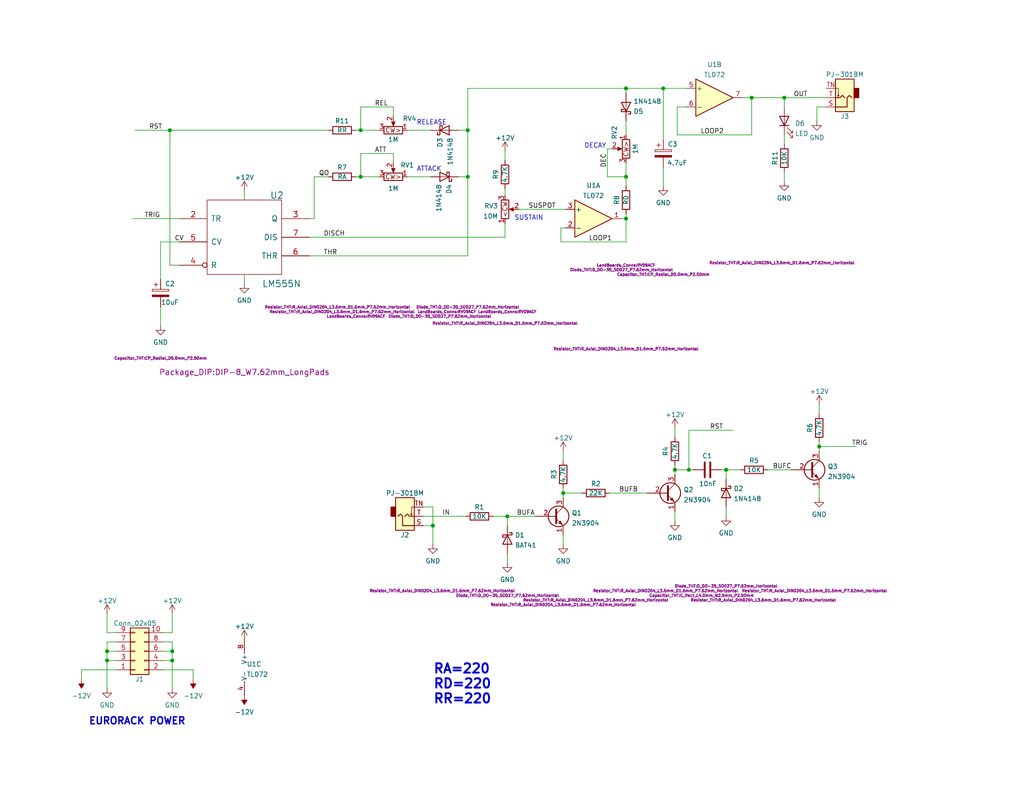
<source format=kicad_sch>
(kicad_sch (version 20211123) (generator eeschema)
  (paper "A")
  (title_block (date "2022-11-03") (rev "1") (comment 1 "The Fastest Envelope in the West") (comment 2 "https://www.schmitzbits.de/adsr.html"))
  (lib_symbols
    (symbol "Amplifier_Operational:TL072" (pin_names (offset 0.127))
      (property "Reference" "U" (at 0 5.08 0))
      (property "Value" "TL072" (at 0 -5.08 0))
      (symbol "TL072_1_1"
        (polyline (pts (xy -5.08 5.08) (xy 5.08 0) (xy -5.08 -5.08) (xy -5.08 5.08)) (stroke (width 0.254)) (fill (type background)))
        (pin output line (at 7.62 0 180) (length 2.54) (name "~") (number "1"))
        (pin input line (at -7.62 -2.54 0) (length 2.54) (name "-") (number "2"))
        (pin input line (at -7.62 2.54 0) (length 2.54) (name "+") (number "3"))
      )
      (symbol "TL072_2_1"
        (polyline (pts (xy -5.08 5.08) (xy 5.08 0) (xy -5.08 -5.08) (xy -5.08 5.08)) (stroke (width 0.254)) (fill (type background)))
        (pin input line (at -7.62 2.54 0) (length 2.54) (name "+") (number "5"))
        (pin input line (at -7.62 -2.54 0) (length 2.54) (name "-") (number "6"))
        (pin output line (at 7.62 0 180) (length 2.54) (name "~") (number "7"))
      )
      (symbol "TL072_3_1"
        (pin power_in line (at -2.54 -7.62 90) (length 3.81) (name "V-") (number "4"))
        (pin power_in line (at -2.54 7.62 270) (length 3.81) (name "V+") (number "8"))
      )
    )
    (symbol "Connector:AudioJack2_SwitchT"
      (property "Reference" "J" (at 0 8.89 0))
      (property "Value" "AudioJack2_SwitchT" (at 0 6.35 0))
      (symbol "AudioJack2_SwitchT_0_1"
        (rectangle (start -2.54 0) (end -3.81 -2.54) (stroke (width 0.254)) (fill (type outline)))
        (polyline (pts (xy 1.778 -0.254) (xy 2.032 -0.762)))
        (polyline (pts (xy 0 0) (xy 0.635 -0.635) (xy 1.27 0) (xy 2.54 0)) (stroke (width 0.254)))
        (polyline (pts (xy 2.54 -2.54) (xy 1.778 -2.54) (xy 1.778 -0.254) (xy 1.524 -0.762)))
        (polyline (pts (xy 2.54 2.54) (xy -0.635 2.54) (xy -0.635 0) (xy -1.27 -0.635) (xy -1.905 0)) (stroke (width 0.254)))
        (rectangle (start 2.54 3.81) (end -2.54 -5.08) (stroke (width 0.254)) (fill (type background)))
      )
      (symbol "AudioJack2_SwitchT_1_1"
        (pin passive line (at 5.08 2.54 180) (length 2.54) (name "~") (number "S"))
        (pin passive line (at 5.08 0 180) (length 2.54) (name "~") (number "T"))
        (pin passive line (at 5.08 -2.54 180) (length 2.54) (name "~") (number "TN"))
      )
    )
    (symbol "Connector_Generic:Conn_02x05_Odd_Even" (pin_names (offset 1.016) hide)
      (property "Reference" "J" (at 1.27 7.62 0))
      (property "Value" "Conn_02x05_Odd_Even" (at 1.27 -7.62 0))
      (symbol "Conn_02x05_Odd_Even_1_1"
        (rectangle (start -1.27 -4.953) (end 0 -5.207) (stroke (width 0.1524)))
        (rectangle (start -1.27 -2.413) (end 0 -2.667) (stroke (width 0.1524)))
        (rectangle (start -1.27 0.127) (end 0 -0.127) (stroke (width 0.1524)))
        (rectangle (start -1.27 2.667) (end 0 2.413) (stroke (width 0.1524)))
        (rectangle (start -1.27 5.207) (end 0 4.953) (stroke (width 0.1524)))
        (rectangle (start -1.27 6.35) (end 3.81 -6.35) (stroke (width 0.254)) (fill (type background)))
        (rectangle (start 3.81 -4.953) (end 2.54 -5.207) (stroke (width 0.1524)))
        (rectangle (start 3.81 -2.413) (end 2.54 -2.667) (stroke (width 0.1524)))
        (rectangle (start 3.81 0.127) (end 2.54 -0.127) (stroke (width 0.1524)))
        (rectangle (start 3.81 2.667) (end 2.54 2.413) (stroke (width 0.1524)))
        (rectangle (start 3.81 5.207) (end 2.54 4.953) (stroke (width 0.1524)))
        (pin passive line (at -5.08 5.08 0) (length 3.81) (name "Pin_1") (number "1"))
        (pin passive line (at 7.62 -5.08 180) (length 3.81) (name "Pin_10") (number "10"))
        (pin passive line (at 7.62 5.08 180) (length 3.81) (name "Pin_2") (number "2"))
        (pin passive line (at -5.08 2.54 0) (length 3.81) (name "Pin_3") (number "3"))
        (pin passive line (at 7.62 2.54 180) (length 3.81) (name "Pin_4") (number "4"))
        (pin passive line (at -5.08 0 0) (length 3.81) (name "Pin_5") (number "5"))
        (pin passive line (at 7.62 0 180) (length 3.81) (name "Pin_6") (number "6"))
        (pin passive line (at -5.08 -2.54 0) (length 3.81) (name "Pin_7") (number "7"))
        (pin passive line (at 7.62 -2.54 180) (length 3.81) (name "Pin_8") (number "8"))
        (pin passive line (at -5.08 -5.08 0) (length 3.81) (name "Pin_9") (number "9"))
      )
    )
    (symbol "Device:C" (pin_numbers hide) (pin_names (offset 0.254))
      (property "Reference" "C" (at 0.635 2.54 0))
      (property "Value" "C" (at 0.635 -2.54 0))
      (symbol "C_0_1"
        (polyline (pts (xy -2.032 -0.762) (xy 2.032 -0.762)) (stroke (width 0.508)))
        (polyline (pts (xy -2.032 0.762) (xy 2.032 0.762)) (stroke (width 0.508)))
      )
      (symbol "C_1_1"
        (pin passive line (at 0 3.81 270) (length 2.794) (name "~") (number "1"))
        (pin passive line (at 0 -3.81 90) (length 2.794) (name "~") (number "2"))
      )
    )
    (symbol "Device:C_Polarized" (pin_numbers hide) (pin_names (offset 0.254))
      (property "Reference" "C" (at 0.635 2.54 0))
      (property "Value" "C_Polarized" (at 0.635 -2.54 0))
      (symbol "C_Polarized_0_1"
        (rectangle (start -2.286 0.508) (end 2.286 1.016))
        (polyline (pts (xy -1.778 2.286) (xy -0.762 2.286)))
        (polyline (pts (xy -1.27 2.794) (xy -1.27 1.778)))
        (rectangle (start 2.286 -0.508) (end -2.286 -1.016) (fill (type outline)))
      )
      (symbol "C_Polarized_1_1"
        (pin passive line (at 0 3.81 270) (length 2.794) (name "~") (number "1"))
        (pin passive line (at 0 -3.81 90) (length 2.794) (name "~") (number "2"))
      )
    )
    (symbol "Device:D_Schottky" (pin_numbers hide) (pin_names (offset 1.016) hide)
      (property "Reference" "D" (at 0 2.54 0))
      (property "Value" "D_Schottky" (at 0 -2.54 0))
      (symbol "D_Schottky_0_1"
        (polyline (pts (xy 1.27 0) (xy -1.27 0)))
        (polyline (pts (xy 1.27 1.27) (xy 1.27 -1.27) (xy -1.27 0) (xy 1.27 1.27)) (stroke (width 0.254)))
        (polyline (pts (xy -1.905 0.635) (xy -1.905 1.27) (xy -1.27 1.27) (xy -1.27 -1.27) (xy -0.635 -1.27) (xy -0.635 -0.635)) (stroke (width 0.254)))
      )
      (symbol "D_Schottky_1_1"
        (pin passive line (at -3.81 0 0) (length 2.54) (name "K") (number "1"))
        (pin passive line (at 3.81 0 180) (length 2.54) (name "A") (number "2"))
      )
    )
    (symbol "Device:LED" (pin_numbers hide) (pin_names (offset 1.016) hide)
      (property "Reference" "D" (at 0 2.54 0))
      (property "Value" "LED" (at 0 -2.54 0))
      (symbol "LED_0_1"
        (polyline (pts (xy -1.27 -1.27) (xy -1.27 1.27)) (stroke (width 0.254)))
        (polyline (pts (xy -1.27 0) (xy 1.27 0)))
        (polyline (pts (xy 1.27 -1.27) (xy 1.27 1.27) (xy -1.27 0) (xy 1.27 -1.27)) (stroke (width 0.254)))
        (polyline (pts (xy -3.048 -0.762) (xy -4.572 -2.286) (xy -3.81 -2.286) (xy -4.572 -2.286) (xy -4.572 -1.524)))
        (polyline (pts (xy -1.778 -0.762) (xy -3.302 -2.286) (xy -2.54 -2.286) (xy -3.302 -2.286) (xy -3.302 -1.524)))
      )
      (symbol "LED_1_1"
        (pin passive line (at -3.81 0 0) (length 2.54) (name "K") (number "1"))
        (pin passive line (at 3.81 0 180) (length 2.54) (name "A") (number "2"))
      )
    )
    (symbol "Device:R" (pin_numbers hide) (pin_names (offset 0))
      (property "Reference" "R" (at 2.032 0 90))
      (property "Value" "R" (at 0 0 90))
      (symbol "R_0_1"
        (rectangle (start -1.016 -2.54) (end 1.016 2.54) (stroke (width 0.254)))
      )
      (symbol "R_1_1"
        (pin passive line (at 0 3.81 270) (length 1.27) (name "~") (number "1"))
        (pin passive line (at 0 -3.81 90) (length 1.27) (name "~") (number "2"))
      )
    )
    (symbol "LandBoards_Conns:R_Pot_CW" (pin_names (offset 1.016) hide)
      (property "Reference" "RV" (at -1.27 1.27 0))
      (property "Value" "R_Pot_CW" (at -1.27 -1.27 0))
      (symbol "R_Pot_CW_0_0"
        (text "CW>" (at 0 0 900) (effects (font (size 1.27 1.27))))
      )
      (symbol "R_Pot_CW_0_1"
        (polyline (pts (xy 2.54 0) (xy 1.524 0)))
        (polyline (pts (xy 1.143 0) (xy 2.286 0.508) (xy 2.286 -0.508) (xy 1.143 0)) (fill (type outline)))
        (rectangle (start 1.016 2.54) (end -1.016 -2.54) (stroke (width 0.254)))
      )
      (symbol "R_Pot_CW_1_1"
        (pin passive line (at 0 3.81 270) (length 1.27) (name "1") (number "1"))
        (pin passive line (at 3.81 0 180) (length 1.27) (name "2") (number "2"))
        (pin passive line (at 0 -3.81 90) (length 1.27) (name "3") (number "3"))
      )
    )
    (symbol "LandBoards_Conns:R_Pot_CW_PIN3UP" (pin_names (offset 1.016) hide)
      (property "Reference" "RV" (at -1.27 1.27 0))
      (property "Value" "R_Pot_CW_PIN3UP" (at -1.27 -1.27 0))
      (symbol "R_Pot_CW_PIN3UP_0_0"
        (text "<CW" (at 0 0 900) (effects (font (size 1.27 1.27))))
      )
      (symbol "R_Pot_CW_PIN3UP_0_1"
        (polyline (pts (xy 2.54 0) (xy 1.524 0)))
        (polyline (pts (xy 1.143 0) (xy 2.286 0.508) (xy 2.286 -0.508) (xy 1.143 0)) (fill (type outline)))
        (rectangle (start 1.016 2.54) (end -1.016 -2.54) (stroke (width 0.254)))
      )
      (symbol "R_Pot_CW_PIN3UP_1_1"
        (pin passive line (at 0 -3.81 90) (length 1.27) (name "1") (number "1"))
        (pin passive line (at 3.81 0 180) (length 1.27) (name "2") (number "2"))
        (pin passive line (at 0 3.81 270) (length 1.27) (name "3") (number "3"))
      )
    )
    (symbol "LandBoards_Semis:LM555N" (pin_names (offset 1.016))
      (property "Reference" "U" (at 0 2.54 0))
      (property "Value" "LM555N" (at 0 -2.54 0))
      (symbol "LM555N_0_0"
        (pin power_in line (at 0 -10.16 90) (length 0) hide (name "GND") (number "1"))
        (pin power_in line (at 0 10.16 270) (length 0) hide (name "VCC") (number "8"))
      )
      (symbol "LM555N_0_1"
        (rectangle (start -10.16 -10.16) (end 10.16 10.16))
      )
      (symbol "LM555N_1_1"
        (pin input line (at -17.78 5.08 0) (length 7.62) (name "TR") (number "2"))
        (pin output line (at 17.78 5.08 180) (length 7.62) (name "Q") (number "3"))
        (pin input inverted (at -17.78 -7.62 0) (length 7.62) (name "R") (number "4"))
        (pin input line (at -17.78 -1.27 0) (length 7.62) (name "CV") (number "5"))
        (pin input line (at 17.78 -5.08 180) (length 7.62) (name "THR") (number "6"))
        (pin input line (at 17.78 0 180) (length 7.62) (name "DIS") (number "7"))
      )
    )
    (symbol "Transistor_BJT:2N3904" (pin_names (offset 0) hide)
      (property "Reference" "Q" (at 5.08 1.905 0))
      (property "Value" "2N3904" (at 5.08 0 0))
      (symbol "2N3904_0_1"
        (polyline (pts (xy 0.635 0.635) (xy 2.54 2.54)))
        (polyline (pts (xy 0.635 -0.635) (xy 2.54 -2.54) (xy 2.54 -2.54)))
        (polyline (pts (xy 0.635 1.905) (xy 0.635 -1.905) (xy 0.635 -1.905)) (stroke (width 0.508)))
        (polyline (pts (xy 1.27 -1.778) (xy 1.778 -1.27) (xy 2.286 -2.286) (xy 1.27 -1.778) (xy 1.27 -1.778)) (fill (type outline)))
        (circle (center 1.27 0) (radius 2.8194) (stroke (width 0.254)))
      )
      (symbol "2N3904_1_1"
        (pin passive line (at 2.54 -5.08 90) (length 2.54) (name "E") (number "1"))
        (pin passive line (at -5.08 0 0) (length 5.715) (name "B") (number "2"))
        (pin passive line (at 2.54 5.08 270) (length 2.54) (name "C") (number "3"))
      )
    )
    (symbol "power:+12V" (power) (pin_names (offset 0))
      (property "Value" "+12V" (at 0 3.556 0))
      (symbol "+12V_0_1"
        (polyline (pts (xy -0.762 1.27) (xy 0 2.54)))
        (polyline (pts (xy 0 0) (xy 0 2.54)))
        (polyline (pts (xy 0 2.54) (xy 0.762 1.27)))
      )
      (symbol "+12V_1_1"
        (pin power_in line (at 0 0 90) (length 0) hide (name "+12V") (number "1"))
      )
    )
    (symbol "power:-12V" (power) (pin_names (offset 0))
      (property "Value" "-12V" (at 0 3.81 0))
      (symbol "-12V_0_0"
        (pin power_in line (at 0 0 90) (length 0) hide (name "-12V") (number "1"))
      )
      (symbol "-12V_0_1"
        (polyline (pts (xy 0 0) (xy 0 1.27) (xy 0.762 1.27) (xy 0 2.54) (xy -0.762 1.27) (xy 0 1.27)) (fill (type outline)))
      )
    )
    (symbol "power:GND" (power) (pin_names (offset 0))
      (property "Value" "GND" (at 0 -3.81 0))
      (symbol "GND_0_1"
        (polyline (pts (xy 0 0) (xy 0 -1.27) (xy 1.27 -1.27) (xy 0 -2.54) (xy -1.27 -1.27) (xy 0 -1.27)))
      )
      (symbol "GND_1_1"
        (pin power_in line (at 0 0 270) (length 0) hide (name "GND") (number "1"))
      )
    )
  )
  (junction (at 170.815 24.13))
  (junction (at 127.635 35.56))
  (junction (at 98.425 35.56))
  (junction (at 170.815 59.69))
  (junction (at 46.355 35.56))
  (junction (at 170.815 48.26))
  (junction (at 198.12 128.27))
  (junction (at 46.99 180.34))
  (junction (at 118.11 143.51))
  (junction (at 98.425 48.26))
  (junction (at 127.635 48.26))
  (junction (at 138.43 140.97))
  (junction (at 184.15 128.27))
  (junction (at 187.96 128.27))
  (junction (at 29.21 180.34))
  (junction (at 223.52 121.92))
  (junction (at 46.99 177.8))
  (junction (at 213.995 26.67))
  (junction (at 153.67 134.62))
  (junction (at 180.975 24.13))
  (junction (at 29.21 177.8))
  (junction (at 205.105 26.67))
  (wire (pts (xy 29.21 180.34) (xy 31.75 180.34)))
  (wire (pts (xy 165.735 40.64) (xy 167.005 40.64)))
  (wire (pts (xy 29.21 177.8) (xy 31.75 177.8)))
  (wire (pts (xy 98.425 35.56) (xy 98.425 29.21)))
  (wire (pts (xy 44.45 182.88) (xy 52.705 182.88)))
  (wire (pts (xy 29.21 175.26) (xy 29.21 177.8)))
  (wire (pts (xy 31.75 175.26) (xy 29.21 175.26)))
  (wire (pts (xy 125.095 35.56) (xy 127.635 35.56)))
  (wire (pts (xy 170.815 48.26) (xy 165.735 48.26)))
  (wire (pts (xy 84.455 59.69) (xy 85.725 59.69)))
  (wire (pts (xy 225.425 29.21) (xy 222.885 29.21)))
  (wire (pts (xy 170.815 66.04) (xy 170.815 59.69)))
  (wire (pts (xy 66.675 52.07) (xy 66.675 54.61)))
  (wire (pts (xy 107.315 29.21) (xy 107.315 31.75)))
  (wire (pts (xy 198.12 128.27) (xy 198.12 130.81)))
  (wire (pts (xy 154.305 62.23) (xy 153.035 62.23)))
  (wire (pts (xy 184.15 116.84) (xy 184.15 119.38)))
  (wire (pts (xy 137.795 41.275) (xy 137.795 43.815)))
  (wire (pts (xy 111.125 48.26) (xy 117.475 48.26)))
  (wire (pts (xy 127.635 35.56) (xy 127.635 48.26)))
  (wire (pts (xy 213.995 26.67) (xy 225.425 26.67)))
  (wire (pts (xy 127.635 48.26) (xy 125.095 48.26)))
  (wire (pts (xy 180.975 45.72) (xy 180.975 50.8)))
  (wire (pts (xy 223.52 110.49) (xy 223.52 113.03)))
  (wire (pts (xy 138.43 151.13) (xy 138.43 153.67)))
  (wire (pts (xy 170.815 24.13) (xy 127.635 24.13)))
  (wire (pts (xy 107.315 41.91) (xy 107.315 44.45)))
  (wire (pts (xy 223.52 120.65) (xy 223.52 121.92)))
  (wire (pts (xy 153.67 134.62) (xy 158.75 134.62)))
  (wire (pts (xy 46.99 177.8) (xy 46.99 180.34)))
  (wire (pts (xy 198.12 128.27) (xy 201.93 128.27)))
  (wire (pts (xy 36.195 59.69) (xy 48.895 59.69)))
  (wire (pts (xy 118.11 138.43) (xy 118.11 143.51)))
  (wire (pts (xy 223.52 121.92) (xy 223.52 123.19)))
  (wire (pts (xy 176.53 134.62) (xy 166.37 134.62)))
  (wire (pts (xy 43.815 76.2) (xy 43.815 66.04)))
  (wire (pts (xy 98.425 48.26) (xy 98.425 41.91)))
  (wire (pts (xy 98.425 35.56) (xy 103.505 35.56)))
  (wire (pts (xy 180.975 24.13) (xy 170.815 24.13)))
  (wire (pts (xy 98.425 29.21) (xy 107.315 29.21)))
  (wire (pts (xy 46.99 167.64) (xy 46.99 172.72)))
  (wire (pts (xy 98.425 41.91) (xy 107.315 41.91)))
  (wire (pts (xy 134.62 140.97) (xy 138.43 140.97)))
  (wire (pts (xy 84.455 69.85) (xy 127.635 69.85)))
  (wire (pts (xy 187.325 29.21) (xy 184.785 29.21)))
  (wire (pts (xy 184.785 36.83) (xy 205.105 36.83)))
  (wire (pts (xy 85.725 59.69) (xy 85.725 48.26)))
  (wire (pts (xy 22.225 182.88) (xy 22.225 185.42)))
  (wire (pts (xy 153.67 134.62) (xy 153.67 135.89)))
  (wire (pts (xy 98.425 48.26) (xy 97.155 48.26)))
  (wire (pts (xy 31.75 182.88) (xy 22.225 182.88)))
  (wire (pts (xy 196.85 128.27) (xy 198.12 128.27)))
  (wire (pts (xy 127.635 48.26) (xy 127.635 69.85)))
  (wire (pts (xy 84.455 64.77) (xy 137.795 64.77)))
  (wire (pts (xy 184.785 29.21) (xy 184.785 36.83)))
  (wire (pts (xy 138.43 140.97) (xy 138.43 143.51)))
  (wire (pts (xy 198.12 138.43) (xy 198.12 140.97)))
  (wire (pts (xy 205.105 26.67) (xy 213.995 26.67)))
  (wire (pts (xy 205.105 36.83) (xy 205.105 26.67)))
  (wire (pts (xy 137.795 60.96) (xy 137.795 64.77)))
  (wire (pts (xy 187.96 128.27) (xy 189.23 128.27)))
  (wire (pts (xy 115.57 140.97) (xy 127 140.97)))
  (wire (pts (xy 154.305 57.15) (xy 141.605 57.15)))
  (wire (pts (xy 205.105 26.67) (xy 202.565 26.67)))
  (wire (pts (xy 98.425 35.56) (xy 97.155 35.56)))
  (wire (pts (xy 66.675 74.93) (xy 66.675 77.47)))
  (wire (pts (xy 184.15 127) (xy 184.15 128.27)))
  (wire (pts (xy 222.885 29.21) (xy 222.885 33.02)))
  (wire (pts (xy 46.99 180.34) (xy 46.99 187.96)))
  (wire (pts (xy 187.96 117.475) (xy 200.025 117.475)))
  (wire (pts (xy 29.21 177.8) (xy 29.21 180.34)))
  (wire (pts (xy 170.815 44.45) (xy 170.815 48.26)))
  (wire (pts (xy 170.815 48.26) (xy 170.815 50.8)))
  (wire (pts (xy 170.815 58.42) (xy 170.815 59.69)))
  (wire (pts (xy 153.035 62.23) (xy 153.035 66.04)))
  (wire (pts (xy 118.11 143.51) (xy 118.11 148.59)))
  (wire (pts (xy 153.67 123.19) (xy 153.67 125.73)))
  (wire (pts (xy 153.67 133.35) (xy 153.67 134.62)))
  (wire (pts (xy 52.705 182.88) (xy 52.705 185.42)))
  (wire (pts (xy 46.355 35.56) (xy 46.355 72.39)))
  (wire (pts (xy 36.83 35.56) (xy 46.355 35.56)))
  (wire (pts (xy 187.325 24.13) (xy 180.975 24.13)))
  (wire (pts (xy 138.43 140.97) (xy 146.05 140.97)))
  (wire (pts (xy 85.725 48.26) (xy 89.535 48.26)))
  (wire (pts (xy 29.21 180.34) (xy 29.21 187.96)))
  (wire (pts (xy 29.21 167.64) (xy 29.21 172.72)))
  (wire (pts (xy 118.11 143.51) (xy 115.57 143.51)))
  (wire (pts (xy 44.45 177.8) (xy 46.99 177.8)))
  (wire (pts (xy 137.795 51.435) (xy 137.795 53.34)))
  (wire (pts (xy 44.45 180.34) (xy 46.99 180.34)))
  (wire (pts (xy 115.57 138.43) (xy 118.11 138.43)))
  (wire (pts (xy 43.815 83.82) (xy 43.815 88.9)))
  (wire (pts (xy 180.975 24.13) (xy 180.975 38.1)))
  (wire (pts (xy 170.815 59.69) (xy 169.545 59.69)))
  (wire (pts (xy 213.995 46.99) (xy 213.995 49.53)))
  (wire (pts (xy 184.15 128.27) (xy 187.96 128.27)))
  (wire (pts (xy 213.995 26.67) (xy 213.995 29.21)))
  (wire (pts (xy 165.735 48.26) (xy 165.735 40.64)))
  (wire (pts (xy 153.67 146.05) (xy 153.67 148.59)))
  (wire (pts (xy 31.75 172.72) (xy 29.21 172.72)))
  (wire (pts (xy 46.355 35.56) (xy 89.535 35.56)))
  (wire (pts (xy 213.995 39.37) (xy 213.995 36.83)))
  (wire (pts (xy 233.68 121.92) (xy 223.52 121.92)))
  (wire (pts (xy 44.45 172.72) (xy 46.99 172.72)))
  (wire (pts (xy 170.815 24.13) (xy 170.815 25.4)))
  (wire (pts (xy 111.125 35.56) (xy 117.475 35.56)))
  (wire (pts (xy 215.9 128.27) (xy 209.55 128.27)))
  (wire (pts (xy 98.425 48.26) (xy 103.505 48.26)))
  (wire (pts (xy 46.355 72.39) (xy 48.895 72.39)))
  (wire (pts (xy 187.96 128.27) (xy 187.96 117.475)))
  (wire (pts (xy 170.815 33.02) (xy 170.815 36.83)))
  (wire (pts (xy 43.815 66.04) (xy 48.895 66.04)))
  (wire (pts (xy 44.45 175.26) (xy 46.99 175.26)))
  (wire (pts (xy 223.52 133.35) (xy 223.52 135.89)))
  (wire (pts (xy 46.99 175.26) (xy 46.99 177.8)))
  (wire (pts (xy 184.15 139.7) (xy 184.15 142.24)))
  (wire (pts (xy 184.15 128.27) (xy 184.15 129.54)))
  (wire (pts (xy 127.635 24.13) (xy 127.635 35.56)))
  (wire (pts (xy 153.035 66.04) (xy 170.815 66.04)))
  (text "DECAY" (at 159.385 40.64 0) (effects (font (size 1.27 1.27)) (justify left bottom)))
  (text "EURORACK POWER" (at 24.13 198.12 0) (effects (font (size 1.905 1.905) (thickness 0.381) bold) (justify left bottom)))
  (text "RA=220\nRD=220\nRR=220" (at 118.11 192.405 0) (effects (font (size 2.54 2.54) (thickness 0.508) bold) (justify left bottom)))
  (text "ATTACK" (at 113.665 46.99 0) (effects (font (size 1.27 1.27)) (justify left bottom)))
  (text "RELEASE" (at 113.665 34.29 0) (effects (font (size 1.27 1.27)) (justify left bottom)))
  (text "SUSTAIN" (at 140.335 60.325 0) (effects (font (size 1.27 1.27)) (justify left bottom)))
  (label "BUFB" (at 168.91 134.62 0))
  (label "LOOP1" (at 160.655 66.04 0))
  (label "LOOP2" (at 191.135 36.83 0))
  (label "BUFC" (at 210.82 128.27 0))
  (label "OUT" (at 216.535 26.67 0))
  (label "THR" (at 88.265 69.85 0))
  (label "QO" (at 86.995 48.26 0))
  (label "CV" (at 47.625 66.04 0))
  (label "REL" (at 102.235 29.21 0))
  (label "TRIG" (at 39.37 59.69 0))
  (label "SUSPOT" (at 144.145 57.15 0))
  (label "TRIG" (at 232.41 121.92 0))
  (label "BUFA" (at 140.97 140.97 0))
  (label "RST" (at 40.64 35.56 0))
  (label "DISCH" (at 88.265 64.77 0))
  (label "DEC" (at 165.735 45.72 90))
  (label "IN" (at 120.65 140.97 0))
  (label "ATT" (at 102.235 41.91 0))
  (label "RST" (at 193.675 117.475 0))
  (symbol (lib_id "power:+12V") (at 153.67 123.19 0) (unit 1)
    (property "Reference" "#PWR0110" (effects hide))
    (property "Value" "+12V" (at 153.67 119.5855 0))
  )
  (symbol (lib_id "power:GND") (at 43.815 88.9 0) (unit 1)
    (property "Reference" "#PWR0115" (effects hide))
    (property "Value" "GND" (at 43.815 93.4625 0))
  )
  (symbol (lib_id "power:+12V") (at 223.52 110.49 0) (unit 1)
    (property "Reference" "#PWR0113" (effects hide))
    (property "Value" "+12V" (at 223.52 106.8855 0))
  )
  (symbol (lib_id "power:GND") (at 153.67 148.59 0) (unit 1)
    (property "Reference" "#PWR0111" (effects hide))
    (property "Value" "GND" (at 153.67 153.1525 0))
  )
  (symbol (lib_id "power:-12V") (at 22.225 185.42 180) (unit 1)
    (property "Reference" "#PWR0105" (effects hide))
    (property "Value" "-12V" (at 22.225 189.9825 0))
  )
  (symbol (lib_id "Device:LED") (at 213.995 33.02 90) (unit 1)
    (property "Reference" "D6" (at 216.916 33.699 90) (effects (justify right)))
    (property "Value" "LED" (at 216.916 36.4741 90) (effects (justify right)))
    (property "Footprint" "LED_THT:LED_D5.0mm" (effects hide))
  )
  (symbol (lib_id "Device:R") (at 93.345 48.26 90) (unit 1)
    (property "Reference" "R7" (at 93.345 45.72 90))
    (property "Value" "RA" (at 93.345 48.26 90))
    (property "Footprint" "Resistor_THT:R_Axial_DIN0204_L3.6mm_D1.6mm_P7.62mm_Horizontal" (at 93.345 85.09 90) (effects (font (size 0.762 0.762))))
  )
  (symbol (lib_id "Transistor_BJT:2N3904") (at 220.98 128.27 0) (unit 1)
    (property "Reference" "Q3" (at 225.8313 127.3615 0) (effects (justify left)))
    (property "Value" "2N3904" (at 225.8313 130.1366 0) (effects (justify left)))
    (property "Footprint" "Package_TO_SOT_THT:TO-92_Inline" (effects hide))
    (property "Datasheet" "https://www.onsemi.com/pub/Collateral/2N3903-D.PDF" (effects hide))
  )
  (symbol (lib_id "power:GND") (at 180.975 50.8 0) (unit 1)
    (property "Reference" "#PWR0117" (effects hide))
    (property "Value" "GND" (at 180.975 55.3625 0))
  )
  (symbol (lib_id "Transistor_BJT:2N3904") (at 151.13 140.97 0) (unit 1)
    (property "Reference" "Q1" (at 155.9813 140.0615 0) (effects (justify left)))
    (property "Value" "2N3904" (at 155.9813 142.8366 0) (effects (justify left)))
    (property "Footprint" "Package_TO_SOT_THT:TO-92_Inline" (effects hide))
    (property "Datasheet" "https://www.onsemi.com/pub/Collateral/2N3903-D.PDF" (effects hide))
  )
  (symbol (lib_id "Device:R") (at 93.345 35.56 90) (unit 1)
    (property "Reference" "R11" (at 93.345 33.02 90))
    (property "Value" "RR" (at 93.345 35.56 90))
    (property "Footprint" "Resistor_THT:R_Axial_DIN0204_L3.6mm_D1.6mm_P7.62mm_Horizontal" (at 92.075 83.82 90) (effects (font (size 0.762 0.762))))
  )
  (symbol (lib_id "Device:R") (at 205.74 128.27 90) (unit 1)
    (property "Reference" "R5" (at 205.74 125.73 90))
    (property "Value" "10K" (at 205.74 128.27 90))
    (property "Footprint" "Resistor_THT:R_Axial_DIN0204_L3.6mm_D1.6mm_P7.62mm_Horizontal" (at 208.28 163.83 90) (effects (font (size 0.762 0.762))))
  )
  (symbol (lib_id "power:+12V") (at 29.21 167.64 0) (unit 1)
    (property "Reference" "#PWR0101" (effects hide))
    (property "Value" "+12V" (at 29.21 164.0355 0))
  )
  (symbol (lib_id "Device:D_Schottky") (at 138.43 147.32 270) (unit 1)
    (property "Reference" "D1" (at 140.462 146.094 90) (effects (justify left)))
    (property "Value" "BAT41" (at 140.462 148.8691 90) (effects (justify left)))
    (property "Footprint" "Diode_THT:D_DO-35_SOD27_P7.62mm_Horizontal" (at 138.43 162.56 90) (effects (font (size 0.762 0.762))))
  )
  (symbol (lib_id "power:+12V") (at 46.99 167.64 0) (unit 1)
    (property "Reference" "#PWR0106" (effects hide))
    (property "Value" "+12V" (at 46.99 164.0355 0))
  )
  (symbol (lib_id "Amplifier_Operational:TL072") (at 69.215 182.245 0) (unit 3)
    (property "Reference" "U1" (at 67.31 181.3365 0) (effects (justify left)))
    (property "Value" "TL072" (at 67.31 184.1116 0) (effects (justify left)))
    (property "Footprint" "Package_DIP:DIP-8_W7.62mm" (effects hide))
    (property "Datasheet" "https://store.synthrotek.com/TL072P-Op-Amp_p_418.html" (effects hide))
  )
  (symbol (lib_id "Device:R") (at 223.52 116.84 180) (unit 1)
    (property "Reference" "R6" (at 220.98 116.84 90))
    (property "Value" "4.7K" (at 223.52 116.84 90))
    (property "Footprint" "Resistor_THT:R_Axial_DIN0204_L3.6mm_D1.6mm_P7.62mm_Horizontal" (at 222.25 161.29 0) (effects (font (size 0.762 0.762))))
  )
  (symbol (lib_id "power:GND") (at 118.11 148.59 0) (unit 1)
    (property "Reference" "#PWR0107" (effects hide))
    (property "Value" "GND" (at 118.11 153.1525 0))
  )
  (symbol (lib_id "Device:C_Polarized") (at 180.975 41.91 0) (unit 1)
    (property "Reference" "C3" (at 183.515 39.37 0))
    (property "Value" "4.7uF" (at 184.785 44.45 0))
    (property "Footprint" "Capacitor_THT:CP_Radial_D5.0mm_P2.50mm" (at 180.975 74.93 0) (effects (font (size 0.762 0.762))))
  )
  (symbol (lib_id "power:+12V") (at 137.795 41.275 0) (unit 1)
    (property "Reference" "#PWR0122" (effects hide))
    (property "Value" "+12V" (at 137.795 37.6705 0))
  )
  (symbol (lib_id "power:+12V") (at 66.675 52.07 0) (unit 1)
    (property "Reference" "#PWR0121" (effects hide))
    (property "Value" "+12V" (at 66.675 48.4655 0))
  )
  (symbol (lib_id "Device:R") (at 184.15 123.19 180) (unit 1)
    (property "Reference" "R4" (at 181.61 123.19 90))
    (property "Value" "4.7K" (at 184.15 123.19 90))
    (property "Footprint" "Resistor_THT:R_Axial_DIN0204_L3.6mm_D1.6mm_P7.62mm_Horizontal" (at 181.61 161.29 0) (effects (font (size 0.762 0.762))))
  )
  (symbol (lib_id "Device:R") (at 170.815 54.61 180) (unit 1)
    (property "Reference" "R8" (at 168.275 54.61 90))
    (property "Value" "RD" (at 170.815 54.61 90))
    (property "Footprint" "Resistor_THT:R_Axial_DIN0204_L3.6mm_D1.6mm_P7.62mm_Horizontal" (at 170.815 95.25 0) (effects (font (size 0.762 0.762))))
  )
  (symbol (lib_id "power:GND") (at 222.885 33.02 0) (unit 1)
    (property "Reference" "#PWR0118" (effects hide))
    (property "Value" "GND" (at 222.885 37.5825 0))
  )
  (symbol (lib_id "Device:D_Schottky") (at 121.285 48.26 180) (unit 1)
    (property "Reference" "D4" (at 122.511 50.292 90) (effects (justify left)))
    (property "Value" "1N4148" (at 119.7359 50.292 90) (effects (justify left)))
    (property "Footprint" "Diode_THT:D_DO-35_SOD27_P7.62mm_Horizontal" (at 120.015 86.36 0) (effects (font (size 0.762 0.762))))
  )
  (symbol (lib_id "power:GND") (at 223.52 135.89 0) (unit 1)
    (property "Reference" "#PWR0116" (effects hide))
    (property "Value" "GND" (at 223.52 140.4525 0))
  )
  (symbol (lib_id "power:GND") (at 138.43 153.67 0) (unit 1)
    (property "Reference" "#PWR0108" (effects hide))
    (property "Value" "GND" (at 138.43 158.2325 0))
  )
  (symbol (lib_id "Device:C") (at 193.04 128.27 90) (unit 1)
    (property "Reference" "C1" (at 194.31 124.46 90) (effects (justify left)))
    (property "Value" "10nF" (at 195.58 132.08 90) (effects (justify left)))
    (property "Footprint" "Capacitor_THT:C_Rect_L4.0mm_W2.5mm_P2.50mm" (at 205.74 162.56 90) (effects (font (size 0.762 0.762)) (justify left)))
  )
  (symbol (lib_id "LandBoards_Conns:R_Pot_CW") (at 107.315 48.26 270) (mirror x) (unit 1)
    (property "Reference" "RV1" (at 111.125 45.085 90))
    (property "Value" "1M" (at 107.315 51.435 90))
    (property "Footprint" "LandBoards_Conns:RV09ACF" (at 97.155 86.36 90) (effects (font (size 0.762 0.762))))
  )
  (symbol (lib_id "Device:D_Schottky") (at 121.285 35.56 0) (mirror x) (unit 1)
    (property "Reference" "D3" (at 120.059 37.592 90) (effects (justify left)))
    (property "Value" "1N4148" (at 122.8341 37.592 90) (effects (justify left)))
    (property "Footprint" "Diode_THT:D_DO-35_SOD27_P7.62mm_Horizontal" (at 127.635 83.82 0) (effects (font (size 0.762 0.762))))
  )
  (symbol (lib_id "Device:R") (at 162.56 134.62 90) (unit 1)
    (property "Reference" "R2" (at 162.56 132.08 90))
    (property "Value" "22K" (at 162.56 134.62 90))
    (property "Footprint" "Resistor_THT:R_Axial_DIN0204_L3.6mm_D1.6mm_P7.62mm_Horizontal" (at 162.56 163.83 90) (effects (font (size 0.762 0.762))))
  )
  (symbol (lib_id "LandBoards_Semis:LM555N") (at 66.675 64.77 0) (unit 1)
    (property "Reference" "U2" (at 75.565 53.34 0) (effects (font (size 1.778 1.778))))
    (property "Value" "LM555N" (at 76.835 77.47 0) (effects (font (size 1.778 1.778))))
    (property "Footprint" "Package_DIP:DIP-8_W7.62mm_LongPads" (at 66.675 101.6 0) (effects (font (size 1.524 1.524))))
  )
  (symbol (lib_id "Transistor_BJT:2N3904") (at 181.61 134.62 0) (unit 1)
    (property "Reference" "Q2" (at 186.4613 133.7115 0) (effects (justify left)))
    (property "Value" "2N3904" (at 186.4613 136.4866 0) (effects (justify left)))
    (property "Footprint" "Package_TO_SOT_THT:TO-92_Inline" (effects hide))
    (property "Datasheet" "https://www.onsemi.com/pub/Collateral/2N3903-D.PDF" (effects hide))
  )
  (symbol (lib_id "Amplifier_Operational:TL072") (at 161.925 59.69 0) (unit 1)
    (property "Reference" "U1" (at 161.925 50.6435 0))
    (property "Value" "TL072" (at 161.925 53.4186 0))
    (property "Footprint" "Package_DIP:DIP-8_W7.62mm" (effects hide))
    (property "Datasheet" "https://store.synthrotek.com/TL072P-Op-Amp_p_418.html" (effects hide))
  )
  (symbol (lib_id "power:GND") (at 46.99 187.96 0) (unit 1)
    (property "Reference" "#PWR0103" (effects hide))
    (property "Value" "GND" (at 46.99 192.5225 0))
  )
  (symbol (lib_id "Connector:AudioJack2_SwitchT") (at 230.505 26.67 180) (unit 1)
    (property "Reference" "J3" (at 230.505 31.75 0))
    (property "Value" "PJ-301BM" (at 230.505 20.32 0))
    (property "Footprint" "AudioJacks:Jack_3.5mm_QingPu_WQP-PJ301BM_Vertical" (effects hide))
    (property "Datasheet" "https://www.taydaelectronics.com/pj-301bm-3-5-mm-mono-phone-jack.html" (effects hide))
  )
  (symbol (lib_id "power:-12V") (at 66.675 189.865 180) (unit 1)
    (property "Reference" "#PWR0124" (effects hide))
    (property "Value" "-12V" (at 66.675 194.4275 0))
  )
  (symbol (lib_id "LandBoards_Conns:R_Pot_CW") (at 170.815 40.64 0) (mirror y) (unit 1)
    (property "Reference" "RV2" (at 167.64 36.195 90))
    (property "Value" "1M" (at 173.355 40.64 90))
    (property "Footprint" "LandBoards_Conns:RV09ACF" (at 170.815 72.39 0) (effects (font (size 0.762 0.762))))
  )
  (symbol (lib_id "Device:R") (at 137.795 47.625 180) (unit 1)
    (property "Reference" "R9" (at 135.255 47.625 90))
    (property "Value" "4.7K" (at 137.795 47.625 90))
    (property "Footprint" "Resistor_THT:R_Axial_DIN0204_L3.6mm_D1.6mm_P7.62mm_Horizontal" (at 137.795 88.265 0) (effects (font (size 0.762 0.762))))
  )
  (symbol (lib_id "power:GND") (at 66.675 77.47 0) (unit 1)
    (property "Reference" "#PWR0120" (effects hide))
    (property "Value" "GND" (at 66.675 82.0325 0))
  )
  (symbol (lib_id "LandBoards_Conns:R_Pot_CW_PIN3UP") (at 137.795 57.15 0) (unit 1)
    (property "Reference" "RV3" (at 135.8995 56.2415 0) (effects (justify right)))
    (property "Value" "10M" (at 135.8995 59.0166 0) (effects (justify right)))
    (property "Footprint" "LandBoards_Conns:RV09ACF" (at 138.43 85.09 0) (effects (font (size 0.762 0.762))))
  )
  (symbol (lib_id "Device:R") (at 130.81 140.97 90) (unit 1)
    (property "Reference" "R1" (at 130.81 138.43 90))
    (property "Value" "10K" (at 130.81 140.97 90))
    (property "Footprint" "Resistor_THT:R_Axial_DIN0204_L3.6mm_D1.6mm_P7.62mm_Horizontal" (at 120.65 161.29 90) (effects (font (size 0.762 0.762))))
  )
  (symbol (lib_id "Device:D_Schottky") (at 170.815 29.21 270) (mirror x) (unit 1)
    (property "Reference" "D5" (at 172.847 30.436 90) (effects (justify left)))
    (property "Value" "1N4148" (at 172.847 27.6609 90) (effects (justify left)))
    (property "Footprint" "Diode_THT:D_DO-35_SOD27_P7.62mm_Horizontal" (at 169.545 73.66 90) (effects (font (size 0.762 0.762))))
  )
  (symbol (lib_id "power:GND") (at 198.12 140.97 0) (unit 1)
    (property "Reference" "#PWR0114" (effects hide))
    (property "Value" "GND" (at 198.12 145.5325 0))
  )
  (symbol (lib_id "Device:C_Polarized") (at 43.815 80.01 0) (unit 1)
    (property "Reference" "C2" (at 46.355 77.47 0))
    (property "Value" "10uF" (at 46.355 82.55 0))
    (property "Footprint" "Capacitor_THT:CP_Radial_D5.0mm_P2.50mm" (at 43.815 97.79 0) (effects (font (size 0.762 0.762))))
  )
  (symbol (lib_id "power:+12V") (at 66.675 174.625 0) (unit 1)
    (property "Reference" "#PWR0123" (effects hide))
    (property "Value" "+12V" (at 66.675 171.0205 0))
  )
  (symbol (lib_id "Device:R") (at 153.67 129.54 180) (unit 1)
    (property "Reference" "R3" (at 151.13 129.54 90))
    (property "Value" "4.7K" (at 153.67 129.54 90))
    (property "Footprint" "Resistor_THT:R_Axial_DIN0204_L3.6mm_D1.6mm_P7.62mm_Horizontal" (at 153.67 165.1 0) (effects (font (size 0.762 0.762))))
  )
  (symbol (lib_id "power:GND") (at 184.15 142.24 0) (unit 1)
    (property "Reference" "#PWR0112" (effects hide))
    (property "Value" "GND" (at 184.15 146.8025 0))
  )
  (symbol (lib_id "power:GND") (at 29.21 187.96 0) (unit 1)
    (property "Reference" "#PWR0104" (effects hide))
    (property "Value" "GND" (at 29.21 192.5225 0))
  )
  (symbol (lib_id "Connector_Generic:Conn_02x05_Odd_Even") (at 36.83 177.8 0) (mirror x) (unit 1)
    (property "Reference" "J1" (at 38.1 185.42 0))
    (property "Value" "Conn_02x05" (at 36.83 170.18 0))
    (property "Footprint" "Connector_IDC:IDC-Header_2x05_P2.54mm_Vertical" (effects hide))
    (property "Datasheet" "https://store.synthrotek.com/10-Pin_Keyed_Shrouded_Eurorack_Power_Header" (effects hide))
  )
  (symbol (lib_id "Amplifier_Operational:TL072") (at 194.945 26.67 0) (unit 2)
    (property "Reference" "U1" (at 194.945 17.6235 0))
    (property "Value" "TL072" (at 194.945 20.3986 0))
    (property "Footprint" "Package_DIP:DIP-8_W7.62mm" (effects hide))
    (property "Datasheet" "https://store.synthrotek.com/TL072P-Op-Amp_p_418.html" (effects hide))
  )
  (symbol (lib_id "LandBoards_Conns:R_Pot_CW") (at 107.315 35.56 270) (mirror x) (unit 1)
    (property "Reference" "RV4" (at 111.76 32.385 90))
    (property "Value" "1M" (at 107.315 38.1 90))
    (property "Footprint" "LandBoards_Conns:RV09ACF" (at 121.92 85.09 90) (effects (font (size 0.762 0.762))))
  )
  (symbol (lib_id "power:GND") (at 213.995 49.53 0) (unit 1)
    (property "Reference" "#PWR0119" (effects hide))
    (property "Value" "GND" (at 213.995 54.0925 0))
  )
  (symbol (lib_id "power:+12V") (at 184.15 116.84 0) (unit 1)
    (property "Reference" "#PWR0109" (effects hide))
    (property "Value" "+12V" (at 184.15 113.2355 0))
  )
  (symbol (lib_id "Connector:AudioJack2_SwitchT") (at 110.49 140.97 0) (mirror x) (unit 1)
    (property "Reference" "J2" (at 110.49 146.05 0))
    (property "Value" "PJ-301BM" (at 110.49 134.62 0))
    (property "Footprint" "AudioJacks:Jack_3.5mm_QingPu_WQP-PJ301BM_Vertical" (effects hide))
    (property "Datasheet" "https://www.taydaelectronics.com/pj-301bm-3-5-mm-mono-phone-jack.html" (effects hide))
  )
  (symbol (lib_id "Device:R") (at 213.995 43.18 180) (unit 1)
    (property "Reference" "R11" (at 211.455 43.18 90))
    (property "Value" "10K" (at 213.995 43.18 90))
    (property "Footprint" "Resistor_THT:R_Axial_DIN0204_L3.6mm_D1.6mm_P7.62mm_Horizontal" (at 213.36 71.755 0) (effects (font (size 0.762 0.762))))
    (property "Datasheet" "https://www.mouser.com/ProductDetail/Xicon/299-2.2K-RC?qs=QaPBMFBEHz3RDbXknTj%252ByA%3D%3D" (effects hide))
  )
  (symbol (lib_id "power:-12V") (at 52.705 185.42 180) (unit 1)
    (property "Reference" "#PWR0102" (effects hide))
    (property "Value" "-12V" (at 52.705 189.9825 0))
  )
  (symbol (lib_id "Device:D_Schottky") (at 198.12 134.62 270) (unit 1)
    (property "Reference" "D2" (at 200.152 133.394 90) (effects (justify left)))
    (property "Value" "1N4148" (at 200.152 136.1691 90) (effects (justify left)))
    (property "Footprint" "Diode_THT:D_DO-35_SOD27_P7.62mm_Horizontal" (at 198.12 160.02 90) (effects (font (size 0.762 0.762))))
  )
)
</source>
